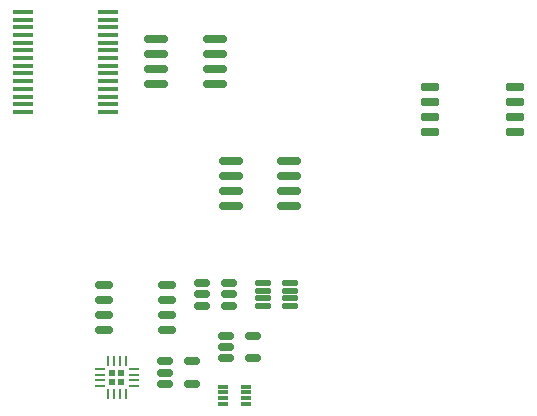
<source format=gbr>
%TF.GenerationSoftware,KiCad,Pcbnew,(6.0.7)*%
%TF.CreationDate,2022-08-18T15:11:27+03:00*%
%TF.ProjectId,mp3_test_board,6d70335f-7465-4737-945f-626f6172642e,rev?*%
%TF.SameCoordinates,Original*%
%TF.FileFunction,Paste,Top*%
%TF.FilePolarity,Positive*%
%FSLAX46Y46*%
G04 Gerber Fmt 4.6, Leading zero omitted, Abs format (unit mm)*
G04 Created by KiCad (PCBNEW (6.0.7)) date 2022-08-18 15:11:27*
%MOMM*%
%LPD*%
G01*
G04 APERTURE LIST*
G04 Aperture macros list*
%AMRoundRect*
0 Rectangle with rounded corners*
0 $1 Rounding radius*
0 $2 $3 $4 $5 $6 $7 $8 $9 X,Y pos of 4 corners*
0 Add a 4 corners polygon primitive as box body*
4,1,4,$2,$3,$4,$5,$6,$7,$8,$9,$2,$3,0*
0 Add four circle primitives for the rounded corners*
1,1,$1+$1,$2,$3*
1,1,$1+$1,$4,$5*
1,1,$1+$1,$6,$7*
1,1,$1+$1,$8,$9*
0 Add four rect primitives between the rounded corners*
20,1,$1+$1,$2,$3,$4,$5,0*
20,1,$1+$1,$4,$5,$6,$7,0*
20,1,$1+$1,$6,$7,$8,$9,0*
20,1,$1+$1,$8,$9,$2,$3,0*%
G04 Aperture macros list end*
%ADD10RoundRect,0.150000X-0.650000X-0.150000X0.650000X-0.150000X0.650000X0.150000X-0.650000X0.150000X0*%
%ADD11RoundRect,0.150000X-0.825000X-0.150000X0.825000X-0.150000X0.825000X0.150000X-0.825000X0.150000X0*%
%ADD12R,1.750000X0.450000*%
%ADD13RoundRect,0.150000X-0.512500X-0.150000X0.512500X-0.150000X0.512500X0.150000X-0.512500X0.150000X0*%
%ADD14RoundRect,0.150000X-0.625000X-0.150000X0.625000X-0.150000X0.625000X0.150000X-0.625000X0.150000X0*%
%ADD15RoundRect,0.145000X-0.145000X-0.145000X0.145000X-0.145000X0.145000X0.145000X-0.145000X0.145000X0*%
%ADD16RoundRect,0.062500X-0.375000X-0.062500X0.375000X-0.062500X0.375000X0.062500X-0.375000X0.062500X0*%
%ADD17RoundRect,0.062500X-0.062500X-0.375000X0.062500X-0.375000X0.062500X0.375000X-0.062500X0.375000X0*%
%ADD18RoundRect,0.125000X-0.537500X-0.125000X0.537500X-0.125000X0.537500X0.125000X-0.537500X0.125000X0*%
%ADD19R,0.850000X0.300000*%
G04 APERTURE END LIST*
D10*
%TO.C,U12*%
X162900000Y-85940000D03*
X162900000Y-87210000D03*
X162900000Y-88480000D03*
X162900000Y-89750000D03*
X170100000Y-89750000D03*
X170100000Y-88480000D03*
X170100000Y-87210000D03*
X170100000Y-85940000D03*
%TD*%
D11*
%TO.C,U11*%
X146055000Y-92230000D03*
X146055000Y-93500000D03*
X146055000Y-94770000D03*
X146055000Y-96040000D03*
X151005000Y-96040000D03*
X151005000Y-94770000D03*
X151005000Y-93500000D03*
X151005000Y-92230000D03*
%TD*%
%TO.C,U10*%
X139765000Y-81915000D03*
X139765000Y-83185000D03*
X139765000Y-84455000D03*
X139765000Y-85725000D03*
X144715000Y-85725000D03*
X144715000Y-84455000D03*
X144715000Y-83185000D03*
X144715000Y-81915000D03*
%TD*%
D12*
%TO.C,U9*%
X128480000Y-79595000D03*
X128480000Y-80245000D03*
X128480000Y-80895000D03*
X128480000Y-81545000D03*
X128480000Y-82195000D03*
X128480000Y-82845000D03*
X128480000Y-83495000D03*
X128480000Y-84145000D03*
X128480000Y-84795000D03*
X128480000Y-85445000D03*
X128480000Y-86095000D03*
X128480000Y-86745000D03*
X128480000Y-87395000D03*
X128480000Y-88045000D03*
X135680000Y-88045000D03*
X135680000Y-87395000D03*
X135680000Y-86745000D03*
X135680000Y-86095000D03*
X135680000Y-85445000D03*
X135680000Y-84795000D03*
X135680000Y-84145000D03*
X135680000Y-83495000D03*
X135680000Y-82845000D03*
X135680000Y-82195000D03*
X135680000Y-81545000D03*
X135680000Y-80895000D03*
X135680000Y-80245000D03*
X135680000Y-79595000D03*
%TD*%
D13*
%TO.C,U7*%
X145632500Y-107005000D03*
X145632500Y-107955000D03*
X145632500Y-108905000D03*
X147907500Y-108905000D03*
X147907500Y-107005000D03*
%TD*%
%TO.C,U6*%
X140482500Y-109165000D03*
X140482500Y-110115000D03*
X140482500Y-111065000D03*
X142757500Y-111065000D03*
X142757500Y-109165000D03*
%TD*%
D14*
%TO.C,U5*%
X135305000Y-102680000D03*
X135305000Y-103950000D03*
X135305000Y-105220000D03*
X135305000Y-106490000D03*
X140655000Y-106490000D03*
X140655000Y-105220000D03*
X140655000Y-103950000D03*
X140655000Y-102680000D03*
%TD*%
D15*
%TO.C,U4*%
X136040000Y-110895000D03*
X136040000Y-110175000D03*
X136760000Y-110895000D03*
X136760000Y-110175000D03*
D16*
X134962500Y-109785000D03*
X134962500Y-110285000D03*
X134962500Y-110785000D03*
X134962500Y-111285000D03*
D17*
X135650000Y-111972500D03*
X136150000Y-111972500D03*
X136650000Y-111972500D03*
X137150000Y-111972500D03*
D16*
X137837500Y-111285000D03*
X137837500Y-110785000D03*
X137837500Y-110285000D03*
X137837500Y-109785000D03*
D17*
X137150000Y-109097500D03*
X136650000Y-109097500D03*
X136150000Y-109097500D03*
X135650000Y-109097500D03*
%TD*%
D18*
%TO.C,U3*%
X148792500Y-102530000D03*
X148792500Y-103180000D03*
X148792500Y-103830000D03*
X148792500Y-104480000D03*
X151067500Y-104480000D03*
X151067500Y-103830000D03*
X151067500Y-103180000D03*
X151067500Y-102530000D03*
%TD*%
D19*
%TO.C,U2*%
X145420000Y-111305000D03*
X145420000Y-111805000D03*
X145420000Y-112305000D03*
X145420000Y-112805000D03*
X147320000Y-112805000D03*
X147320000Y-112305000D03*
X147320000Y-111805000D03*
X147320000Y-111305000D03*
%TD*%
D13*
%TO.C,U1*%
X143642500Y-102555000D03*
X143642500Y-103505000D03*
X143642500Y-104455000D03*
X145917500Y-104455000D03*
X145917500Y-103505000D03*
X145917500Y-102555000D03*
%TD*%
M02*

</source>
